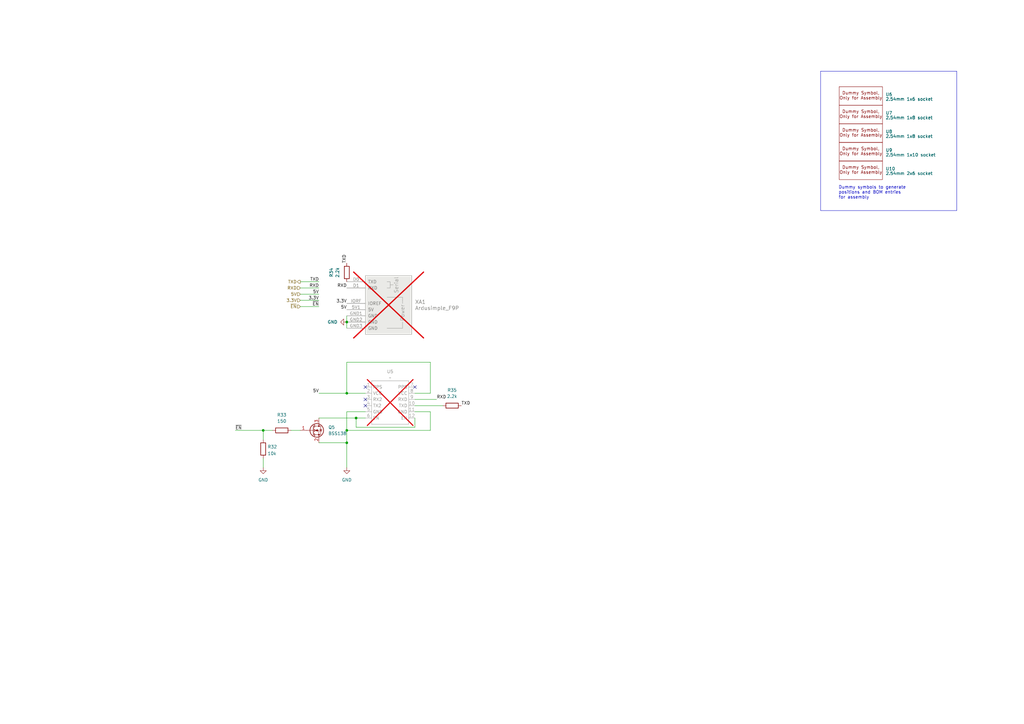
<source format=kicad_sch>
(kicad_sch (version 20231120) (generator "eeschema") (generator_version "8.0")
  (paper "A3")
  (lib_symbols
    (symbol "Device:R" (pin_numbers hide) (pin_names (offset 0))
      (property "Reference" "R" (at 2.032 0 90))
      (property "Value" "R" (at 0 0 90))
      (symbol "R_0_1"
        (rectangle (start -1.016 -2.54) (end 1.016 2.54) (stroke (width 0.254)))
      )
      (symbol "R_1_1"
        (pin passive line (at 0 3.81 270) (length 1.27) (name "~") (number "1"))
        (pin passive line (at 0 -3.81 90) (length 1.27) (name "~") (number "2"))
      )
    )
    (symbol "Transistor_FET:BSS138" (pin_names hide)
      (property "Reference" "Q" (at 5.08 1.905 0))
      (property "Value" "BSS138" (at 5.08 0 0))
      (symbol "BSS138_0_1"
        (polyline (pts (xy 0.254 0) (xy -2.54 0)))
        (polyline (pts (xy 0.254 1.905) (xy 0.254 -1.905)) (stroke (width 0.254)))
        (polyline (pts (xy 0.762 -1.27) (xy 0.762 -2.286)) (stroke (width 0.254)))
        (polyline (pts (xy 0.762 0.508) (xy 0.762 -0.508)) (stroke (width 0.254)))
        (polyline (pts (xy 0.762 2.286) (xy 0.762 1.27)) (stroke (width 0.254)))
        (polyline (pts (xy 2.54 2.54) (xy 2.54 1.778)))
        (polyline (pts (xy 2.54 -2.54) (xy 2.54 0) (xy 0.762 0)))
        (polyline (pts (xy 0.762 -1.778) (xy 3.302 -1.778) (xy 3.302 1.778) (xy 0.762 1.778)))
        (polyline (pts (xy 1.016 0) (xy 2.032 0.381) (xy 2.032 -0.381) (xy 1.016 0)) (fill (type outline)))
        (polyline (pts (xy 2.794 0.508) (xy 2.921 0.381) (xy 3.683 0.381) (xy 3.81 0.254)))
        (polyline (pts (xy 3.302 0.381) (xy 2.921 -0.254) (xy 3.683 -0.254) (xy 3.302 0.381)))
        (circle (center 1.651 0) (radius 2.794) (stroke (width 0.254)))
        (circle (center 2.54 -1.778) (radius 0.254) (fill (type outline)))
        (circle (center 2.54 1.778) (radius 0.254) (fill (type outline)))
      )
      (symbol "BSS138_1_1"
        (pin input line (at -5.08 0 0) (length 2.54) (name "G") (number "1"))
        (pin passive line (at 2.54 -5.08 90) (length 2.54) (name "S") (number "2"))
        (pin passive line (at 2.54 5.08 270) (length 2.54) (name "D") (number "3"))
      )
    )
    (symbol "power:GND" (power) (pin_numbers hide) (pin_names (offset 0) hide)
      (property "Value" "GND" (at 0 -3.81 0))
      (symbol "GND_0_1"
        (polyline (pts (xy 0 0) (xy 0 -1.27) (xy 1.27 -1.27) (xy 0 -2.54) (xy -1.27 -1.27) (xy 0 -1.27)))
      )
      (symbol "GND_1_1"
        (pin power_in line (at 0 0 270) (length 0) (name "~") (number "1"))
      )
    )
    (symbol "xtech:Ardusimple_F9P" (pin_names (offset 1.016))
      (property "Reference" "XA1" (at 0 35.56 0))
      (property "Value" "Ardusimple_F9P" (at 0 31.75 0))
      (symbol "Ardusimple_F9P_0_0"
        (rectangle (start -10.16 26.67) (end 8.89 2.54) (fill (type background)))
        (rectangle (start -1.27 5.08) (end 5.08 5.08))
        (rectangle (start -1.27 17.78) (end 5.08 17.78))
        (polyline (pts (xy 0 22.86) (xy 1.27 22.86)))
        (polyline (pts (xy 5.08 5.08) (xy 5.08 7.62)))
        (polyline (pts (xy 5.08 16.51) (xy 5.08 15.24)))
        (polyline (pts (xy 5.08 17.78) (xy 5.08 16.51)))
        (polyline (pts (xy -1.27 24.13) (xy 0 24.13) (xy 0 21.59) (xy -1.27 21.59)))
        (text "Power" (at 5.08 11.43 900) (effects (font (size 1.524 1.524))))
        (text "Serial" (at 2.54 22.86 900) (effects (font (size 1.524 1.524))))
      )
      (symbol "Ardusimple_F9P_1_1"
        (pin no_connect line (at 16.51 3.81 180) (length 7.62) hide (name "3.3V") (number "3V3"))
        (pin power_in line (at -17.78 12.7 0) (length 7.62) (name "5V") (number "5V1"))
        (pin no_connect line (at 16.51 3.81 180) (length 7.62) hide (name "A0") (number "A0"))
        (pin no_connect line (at 16.51 3.81 180) (length 7.62) hide (name "A1") (number "A1"))
        (pin no_connect line (at 16.51 3.81 180) (length 7.62) hide (name "A2") (number "A2"))
        (pin no_connect line (at 16.51 3.81 180) (length 7.62) hide (name "A3") (number "A3"))
        (pin no_connect line (at 16.51 3.81 180) (length 7.62) hide (name "A4") (number "A4"))
        (pin no_connect line (at 16.51 3.81 180) (length 7.62) hide (name "A5") (number "A5"))
        (pin no_connect line (at 16.51 3.81 180) (length 7.62) hide (name "AREF") (number "AREF"))
        (pin output line (at -17.78 24.13 0) (length 7.62) (name "TXD") (number "D0"))
        (pin input line (at -17.78 21.59 0) (length 7.62) (name "RXD") (number "D1"))
        (pin no_connect line (at 16.51 3.81 180) (length 7.62) hide (name "D10_CS") (number "D10"))
        (pin no_connect line (at 16.51 3.81 180) (length 7.62) hide (name "D11") (number "D11"))
        (pin no_connect line (at 16.51 3.81 180) (length 7.62) hide (name "D12") (number "D12"))
        (pin no_connect line (at 16.51 3.81 180) (length 7.62) hide (name "D13") (number "D13"))
        (pin no_connect line (at 16.51 3.81 180) (length 7.62) hide (name "D2_INT0") (number "D2"))
        (pin no_connect line (at 16.51 3.81 180) (length 7.62) hide (name "D3_INT1") (number "D3"))
        (pin no_connect line (at 16.51 3.81 180) (length 7.62) hide (name "D4") (number "D4"))
        (pin no_connect line (at 16.51 3.81 180) (length 7.62) hide (name "D5") (number "D5"))
        (pin no_connect line (at 16.51 3.81 180) (length 7.62) hide (name "D6") (number "D6"))
        (pin no_connect line (at 16.51 3.81 180) (length 7.62) hide (name "D7") (number "D7"))
        (pin no_connect line (at 16.51 3.81 180) (length 7.62) hide (name "D8") (number "D8"))
        (pin no_connect line (at 16.51 3.81 180) (length 7.62) hide (name "D9") (number "D9"))
        (pin power_in line (at -17.78 10.16 0) (length 7.62) (name "GND") (number "GND1"))
        (pin power_in line (at -17.78 7.62 0) (length 7.62) (name "GND") (number "GND2"))
        (pin power_in line (at -17.78 5.08 0) (length 7.62) (name "GND") (number "GND3"))
        (pin power_in line (at -17.78 15.24 0) (length 7.62) (name "IOREF") (number "IORF"))
        (pin no_connect input_low (at 16.51 3.81 180) (length 7.62) hide (name "RESET") (number "RST1"))
        (pin no_connect clock (at 16.51 3.81 180) (length 7.62) hide (name "SCL") (number "SCL"))
        (pin no_connect line (at 16.51 3.81 180) (length 7.62) hide (name "SDA") (number "SDA"))
        (pin no_connect line (at 16.51 3.81 180) (length 7.62) hide (name "VIN") (number "VIN"))
      )
    )
    (symbol "xtech:Dummy"
      (property "Reference" "U" (at 0 0 0))
      (symbol "Dummy_0_1"
        (rectangle (start 0 7.62) (end 17.78 0))
      )
      (symbol "Dummy_1_1"
        (text "Dummy Symbol,\nOnly for Assembly" (at 8.89 4.064 0) (effects (font (size 1.27 1.27))))
      )
    )
    (symbol "xtech:UM9xx_WitMotion"
      (property "Reference" "U" (at 7.62 1.016 0))
      (symbol "UM9xx_WitMotion_0_1"
        (rectangle (start 0 20.32) (end 15.24 2.54))
      )
      (symbol "UM9xx_WitMotion_1_1"
        (pin output line (at -2.54 17.78 0) (length 2.54) (name "PPS") (number "1"))
        (pin output line (at 17.78 10.16 180) (length 2.54) (name "TXD") (number "10"))
        (pin input line (at 17.78 7.62 180) (length 2.54) (name "GND") (number "11"))
        (pin output line (at 17.78 5.08 180) (length 2.54) (name "EN") (number "12"))
        (pin input line (at -2.54 15.24 0) (length 2.54) (name "VCC") (number "2"))
        (pin input line (at -2.54 12.7 0) (length 2.54) (name "RX2") (number "3"))
        (pin output line (at -2.54 10.16 0) (length 2.54) (name "TX2") (number "4"))
        (pin input line (at -2.54 7.62 0) (length 2.54) (name "GND") (number "5"))
        (pin output line (at -2.54 5.08 0) (length 2.54) (name "EN") (number "6"))
        (pin output line (at 17.78 17.78 180) (length 2.54) (name "PPS") (number "7"))
        (pin input line (at 17.78 15.24 180) (length 2.54) (name "VCC") (number "8"))
        (pin input line (at 17.78 12.7 180) (length 2.54) (name "RXD") (number "9"))
      )
    )
  )
  (junction (at 107.95 176.53))
  (junction (at 142.24 181.61))
  (junction (at 142.24 132.08))
  (junction (at 142.24 176.53))
  (junction (at 146.05 171.45))
  (junction (at 142.24 161.29))
  (no_connect (at 170.18 158.75))
  (no_connect (at 149.86 166.37))
  (no_connect (at 149.86 163.83))
  (no_connect (at 149.86 158.75))
  (wire (pts (xy 130.81 118.11) (xy 123.19 118.11)))
  (wire (pts (xy 119.38 176.53) (xy 123.19 176.53)))
  (wire (pts (xy 170.18 171.45) (xy 170.18 175.26)))
  (wire (pts (xy 170.18 168.91) (xy 176.53 168.91)))
  (wire (pts (xy 107.95 176.53) (xy 107.95 180.34)))
  (wire (pts (xy 130.81 171.45) (xy 146.05 171.45)))
  (wire (pts (xy 176.53 176.53) (xy 142.24 176.53)))
  (wire (pts (xy 170.18 166.37) (xy 181.61 166.37)))
  (wire (pts (xy 170.18 175.26) (xy 146.05 175.26)))
  (wire (pts (xy 130.81 181.61) (xy 142.24 181.61)))
  (wire (pts (xy 130.81 161.29) (xy 142.24 161.29)))
  (wire (pts (xy 142.24 161.29) (xy 149.86 161.29)))
  (wire (pts (xy 176.53 168.91) (xy 176.53 176.53)))
  (wire (pts (xy 179.07 163.83) (xy 170.18 163.83)))
  (wire (pts (xy 176.53 161.29) (xy 176.53 148.59)))
  (wire (pts (xy 146.05 175.26) (xy 146.05 171.45)))
  (wire (pts (xy 107.95 176.53) (xy 111.76 176.53)))
  (wire (pts (xy 96.52 176.53) (xy 107.95 176.53)))
  (wire (pts (xy 107.95 191.77) (xy 107.95 187.96)))
  (wire (pts (xy 142.24 132.08) (xy 142.24 134.62)))
  (wire (pts (xy 142.24 181.61) (xy 142.24 191.77)))
  (wire (pts (xy 170.18 161.29) (xy 176.53 161.29)))
  (wire (pts (xy 149.86 168.91) (xy 142.24 168.91)))
  (wire (pts (xy 146.05 171.45) (xy 149.86 171.45)))
  (wire (pts (xy 123.19 125.73) (xy 130.81 125.73)))
  (wire (pts (xy 142.24 176.53) (xy 142.24 181.61)))
  (wire (pts (xy 142.24 148.59) (xy 142.24 161.29)))
  (wire (pts (xy 123.19 123.19) (xy 130.81 123.19)))
  (wire (pts (xy 142.24 168.91) (xy 142.24 176.53)))
  (wire (pts (xy 123.19 115.57) (xy 130.81 115.57)))
  (wire (pts (xy 142.24 129.54) (xy 142.24 132.08)))
  (wire (pts (xy 123.19 120.65) (xy 130.81 120.65)))
  (wire (pts (xy 176.53 148.59) (xy 142.24 148.59)))
  (rectangle (start 336.55 29.21) (end 392.43 86.36))
  (text "Dummy symbols to generate \npositions and BOM entries\nfor assembly" (at 343.916 78.994 0) (effects (font (size 1.27 1.27)) (justify left)))
  (label "5V" (at 130.81 161.29 180))
  (label "TXD" (at 189.23 166.37 0))
  (label "3.3V" (at 142.24 124.46 180))
  (label "TXD" (at 130.81 115.57 180))
  (label "~{EN}" (at 130.81 125.73 180))
  (label "RXD" (at 179.07 163.83 0))
  (label "5V" (at 130.81 120.65 180))
  (label "3.3V" (at 130.81 123.19 180))
  (label "TXD" (at 142.24 107.95 90))
  (label "RXD" (at 142.24 118.11 180))
  (label "~{EN}" (at 96.52 176.53 0))
  (label "5V" (at 142.24 127 180))
  (label "RXD" (at 130.81 118.11 180))
  (hierarchical_label "RXD" (shape input) (at 123.19 118.11 180))
  (hierarchical_label "~{EN}" (shape input) (at 123.19 125.73 180))
  (hierarchical_label "3.3V" (shape input) (at 123.19 123.19 180))
  (hierarchical_label "TXD" (shape output) (at 123.19 115.57 180))
  (hierarchical_label "5V" (shape input) (at 123.19 120.65 180))
  (symbol (lib_id "xtech:Ardusimple_F9P") (at 160.02 139.7 0) (unit 1) (dnp yes)
    (property "Reference" "XA1" (at 170.18 123.8249 0) (effects (font (size 1.524 1.524)) (justify left)))
    (property "Value" "Ardusimple_F9P" (at 170.18 126.3649 0) (effects (font (size 1.524 1.524)) (justify left)))
    (property "Footprint" "xtech:Arduino_Uno_Shield_Ardusimple_Budget" (effects (hide yes)))
    (property "Config" "do not place" (effects (hide yes)))
    (property "DNP" "Y" (effects (hide yes)))
  )
  (symbol (lib_id "xtech:Dummy") (at 344.17 66.04 0) (unit 1)
    (property "Reference" "U9" (at 363.22 61.5949 0) (effects (justify left)))
    (property "Value" "2.54mm 1x10 socket" (at 363.22 63.5 0) (effects (justify left)))
    (property "Footprint" "xtech:Dummy" (effects (hide yes)))
    (property "JLC" "C7509514" (effects (hide yes)))
  )
  (symbol (lib_id "power:GND") (at 142.24 191.77 0) (unit 1)
    (property "Reference" "#PWR068" (effects (hide yes)))
    (property "Value" "GND" (at 142.24 196.85 0))
    (property "Description" "Power symbol creates a global label with name \"GND\" , ground" (effects (hide yes)))
  )
  (symbol (lib_id "xtech:UM9xx_WitMotion") (at 152.4 176.53 0) (unit 1) (dnp yes)
    (property "Reference" "U5" (at 160.02 152.4 0))
    (property "Value" "~" (at 160.02 154.94 0))
    (property "Footprint" "xtech:UM9XX_WitMotion" (effects (hide yes)))
  )
  (symbol (lib_id "power:GND") (at 107.95 191.77 0) (unit 1)
    (property "Reference" "#PWR066" (effects (hide yes)))
    (property "Value" "GND" (at 107.95 196.85 0))
    (property "Description" "Power symbol creates a global label with name \"GND\" , ground" (effects (hide yes)))
  )
  (symbol (lib_id "Device:R") (at 142.24 111.76 180) (unit 1)
    (property "Reference" "R34" (at 135.89 111.76 90))
    (property "Value" "2.2k" (at 138.43 111.76 90))
    (property "Footprint" "Resistor_SMD:R_0805_2012Metric" (effects (hide yes)))
    (property "Description" "Resistor" (effects (hide yes)))
    (property "JLC" "C17520" (effects (hide yes)))
  )
  (symbol (lib_id "xtech:Dummy") (at 344.17 50.8 0) (unit 1)
    (property "Reference" "U7" (at 363.22 46.3549 0) (effects (justify left)))
    (property "Value" "2.54mm 1x8 socket" (at 363.22 48.26 0) (effects (justify left)))
    (property "Footprint" "xtech:Dummy" (effects (hide yes)))
    (property "JLC" "C7509515" (effects (hide yes)))
  )
  (symbol (lib_id "Device:R") (at 185.42 166.37 90) (unit 1)
    (property "Reference" "R35" (at 185.42 160.02 90))
    (property "Value" "2.2k" (at 185.42 162.56 90))
    (property "Footprint" "Resistor_SMD:R_0805_2012Metric" (effects (hide yes)))
    (property "Description" "Resistor" (effects (hide yes)))
    (property "JLC" "C17520" (effects (hide yes)))
  )
  (symbol (lib_id "Device:R") (at 107.95 184.15 180) (unit 1)
    (property "Reference" "R32" (at 109.728 183.2415 0) (effects (justify right)))
    (property "Value" "10k" (at 109.728 186.0166 0) (effects (justify right)))
    (property "Footprint" "Resistor_SMD:R_0402_1005Metric" (effects (hide yes)))
    (property "Digikey" "738-RMCF0805FG10K0CT-ND" (effects (hide yes)))
    (property "Part Number" "RMCF0805FG10K0" (effects (hide yes)))
    (property "Stock_PN" "R-805-10K-.125W-1%" (effects (hide yes)))
    (property "JLC" "C25744" (effects (hide yes)))
  )
  (symbol (lib_id "power:GND") (at 142.24 132.08 270) (unit 1)
    (property "Reference" "#PWR067" (effects (hide yes)))
    (property "Value" "GND" (at 138.43 132.0799 90) (effects (justify right)))
    (property "Description" "Power symbol creates a global label with name \"GND\" , ground" (effects (hide yes)))
  )
  (symbol (lib_id "xtech:Dummy") (at 344.17 58.42 0) (unit 1)
    (property "Reference" "U8" (at 363.22 53.9749 0) (effects (justify left)))
    (property "Value" "2.54mm 1x8 socket" (at 363.22 55.88 0) (effects (justify left)))
    (property "Footprint" "xtech:Dummy" (effects (hide yes)))
    (property "JLC" "C7509515" (effects (hide yes)))
  )
  (symbol (lib_id "Device:R") (at 115.57 176.53 90) (unit 1)
    (property "Reference" "R33" (at 115.57 170.18 90))
    (property "Value" "150" (at 115.57 172.72 90))
    (property "Footprint" "Resistor_SMD:R_0805_2012Metric_Pad1.20x1.40mm_HandSolder" (effects (hide yes)))
    (property "Stock_PN" "R-805-150-.125W-1%" (effects (hide yes)))
    (property "Digikey" "311-150CRCT-ND" (effects (hide yes)))
    (property "Part Number" "RC0805FR-07150RL" (effects (hide yes)))
    (property "JLC" "C17471" (effects (hide yes)))
  )
  (symbol (lib_id "xtech:Dummy") (at 344.17 73.66 0) (unit 1)
    (property "Reference" "U10" (at 363.22 69.2149 0) (effects (justify left)))
    (property "Value" "2.54mm 2x6 socket" (at 363.22 71.12 0) (effects (justify left)))
    (property "Footprint" "xtech:Dummy" (effects (hide yes)))
    (property "JLC" "C718230" (effects (hide yes)))
  )
  (symbol (lib_id "xtech:Dummy") (at 344.17 43.18 0) (unit 1)
    (property "Reference" "U6" (at 363.22 38.7349 0) (effects (justify left)))
    (property "Value" "2.54mm 1x6 socket" (at 363.22 40.64 0) (effects (justify left)))
    (property "Footprint" "xtech:Dummy" (effects (hide yes)))
    (property "JLC" "C7509518" (effects (hide yes)))
  )
  (symbol (lib_id "Transistor_FET:BSS138") (at 128.27 176.53 0) (unit 1)
    (property "Reference" "Q5" (at 134.62 175.2599 0) (effects (justify left)))
    (property "Value" "BSS138" (at 134.62 177.7999 0) (effects (justify left)))
    (property "Footprint" "Package_TO_SOT_SMD:SOT-23" (effects (hide yes)))
    (property "Datasheet" "https://www.onsemi.com/pub/Collateral/BSS138-D.PDF" (effects (hide yes)))
    (property "Part Number" "AP2300" (effects (hide yes)))
    (property "Stock_PN" "Q-AP2300" (effects (hide yes)))
    (property "Digikey" "BSS138K-13DICT-ND" (effects (hide yes)))
    (property "JLC" "C3040446" (effects (hide yes)))
  )
)
</source>
